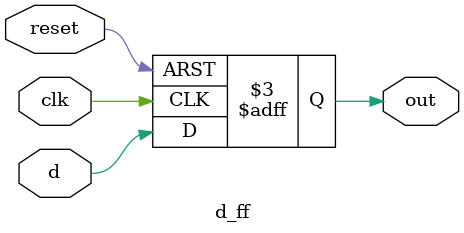
<source format=v>
module d_ff(
  input wire clk,
  input wire d,
  input reset,
  output reg out
  );

  always @ ( negedge(reset) or posedge(clk) ) begin
    begin
      if(!reset)
        out = 0;
      else
        out = d;
      end
  end
endmodule

</source>
